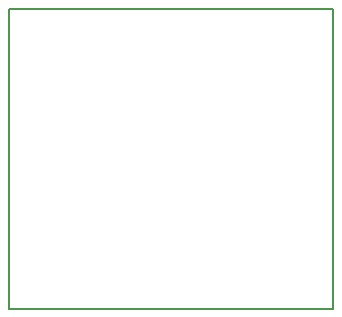
<source format=gbr>
G04 #@! TF.GenerationSoftware,KiCad,Pcbnew,(5.0.1)-3*
G04 #@! TF.CreationDate,2018-11-02T13:07:49-05:00*
G04 #@! TF.ProjectId,ProgrammerBoard,50726F6772616D6D6572426F6172642E,rev?*
G04 #@! TF.SameCoordinates,Original*
G04 #@! TF.FileFunction,Profile,NP*
%FSLAX46Y46*%
G04 Gerber Fmt 4.6, Leading zero omitted, Abs format (unit mm)*
G04 Created by KiCad (PCBNEW (5.0.1)-3) date 11/2/2018 1:07:49 PM*
%MOMM*%
%LPD*%
G01*
G04 APERTURE LIST*
%ADD10C,0.150000*%
G04 APERTURE END LIST*
D10*
X56388000Y-34798000D02*
X56388000Y-60198000D01*
X83820000Y-34798000D02*
X56388000Y-34798000D01*
X83820000Y-60198000D02*
X83820000Y-34798000D01*
X83820000Y-60198000D02*
X56388000Y-60198000D01*
M02*

</source>
